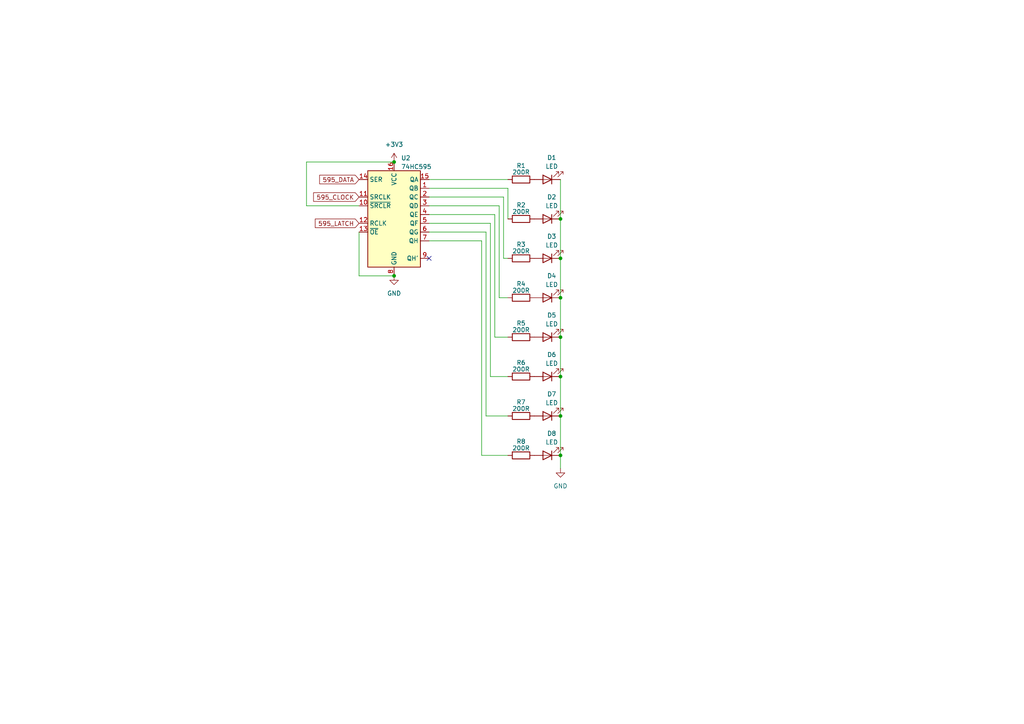
<source format=kicad_sch>
(kicad_sch (version 20230121) (generator eeschema)
  (paper "A4")
  (lib_symbols
    (symbol "74xx:74HC595"
      (property "Reference" "U" (at -7.62 13.97 0))
      (property "Value" "74HC595" (at -7.62 -16.51 0))
      (symbol "74HC595_1_0"
        (pin tri_state line (at 10.16 7.62 180) (length 2.54) (name "QB") (number "1"))
        (pin input line (at -10.16 2.54 0) (length 2.54) (name "~{SRCLR}") (number "10"))
        (pin input line (at -10.16 5.08 0) (length 2.54) (name "SRCLK") (number "11"))
        (pin input line (at -10.16 -2.54 0) (length 2.54) (name "RCLK") (number "12"))
        (pin input line (at -10.16 -5.08 0) (length 2.54) (name "~{OE}") (number "13"))
        (pin input line (at -10.16 10.16 0) (length 2.54) (name "SER") (number "14"))
        (pin tri_state line (at 10.16 10.16 180) (length 2.54) (name "QA") (number "15"))
        (pin power_in line (at 0 15.24 270) (length 2.54) (name "VCC") (number "16"))
        (pin tri_state line (at 10.16 5.08 180) (length 2.54) (name "QC") (number "2"))
        (pin tri_state line (at 10.16 2.54 180) (length 2.54) (name "QD") (number "3"))
        (pin tri_state line (at 10.16 0 180) (length 2.54) (name "QE") (number "4"))
        (pin tri_state line (at 10.16 -2.54 180) (length 2.54) (name "QF") (number "5"))
        (pin tri_state line (at 10.16 -5.08 180) (length 2.54) (name "QG") (number "6"))
        (pin tri_state line (at 10.16 -7.62 180) (length 2.54) (name "QH") (number "7"))
        (pin power_in line (at 0 -17.78 90) (length 2.54) (name "GND") (number "8"))
        (pin output line (at 10.16 -12.7 180) (length 2.54) (name "QH'") (number "9"))
      )
      (symbol "74HC595_1_1"
        (rectangle (start -7.62 12.7) (end 7.62 -15.24) (stroke (width 0.254)) (fill (type background)))
      )
    )
    (symbol "Device:LED" (pin_numbers hide) (pin_names (offset 1.016) hide)
      (property "Reference" "D" (at 0 2.54 0))
      (property "Value" "LED" (at 0 -2.54 0))
      (symbol "LED_0_1"
        (polyline (pts (xy -1.27 -1.27) (xy -1.27 1.27)) (stroke (width 0.254)))
        (polyline (pts (xy -1.27 0) (xy 1.27 0)))
        (polyline (pts (xy 1.27 -1.27) (xy 1.27 1.27) (xy -1.27 0) (xy 1.27 -1.27)) (stroke (width 0.254)))
        (polyline (pts (xy -3.048 -0.762) (xy -4.572 -2.286) (xy -3.81 -2.286) (xy -4.572 -2.286) (xy -4.572 -1.524)))
        (polyline (pts (xy -1.778 -0.762) (xy -3.302 -2.286) (xy -2.54 -2.286) (xy -3.302 -2.286) (xy -3.302 -1.524)))
      )
      (symbol "LED_1_1"
        (pin passive line (at -3.81 0 0) (length 2.54) (name "K") (number "1"))
        (pin passive line (at 3.81 0 180) (length 2.54) (name "A") (number "2"))
      )
    )
    (symbol "Device:R" (pin_numbers hide) (pin_names (offset 0))
      (property "Reference" "R" (at 2.032 0 90))
      (property "Value" "R" (at 0 0 90))
      (symbol "R_0_1"
        (rectangle (start -1.016 -2.54) (end 1.016 2.54) (stroke (width 0.254)))
      )
      (symbol "R_1_1"
        (pin passive line (at 0 3.81 270) (length 1.27) (name "~") (number "1"))
        (pin passive line (at 0 -3.81 90) (length 1.27) (name "~") (number "2"))
      )
    )
    (symbol "power:+3V3" (power) (pin_names (offset 0))
      (property "Value" "+3V3" (at 0 3.556 0))
      (symbol "+3V3_0_1"
        (polyline (pts (xy -0.762 1.27) (xy 0 2.54)))
        (polyline (pts (xy 0 0) (xy 0 2.54)))
        (polyline (pts (xy 0 2.54) (xy 0.762 1.27)))
      )
      (symbol "+3V3_1_1"
        (pin power_in line (at 0 0 90) (length 0) hide (name "+3V3") (number "1"))
      )
    )
    (symbol "power:GND" (power) (pin_names (offset 0))
      (property "Value" "GND" (at 0 -3.81 0))
      (symbol "GND_0_1"
        (polyline (pts (xy 0 0) (xy 0 -1.27) (xy 1.27 -1.27) (xy 0 -2.54) (xy -1.27 -1.27) (xy 0 -1.27)))
      )
      (symbol "GND_1_1"
        (pin power_in line (at 0 0 270) (length 0) hide (name "GND") (number "1"))
      )
    )
  )
  (junction (at 162.56 86.36))
  (junction (at 162.56 63.5))
  (junction (at 162.56 132.08))
  (junction (at 114.3 80.01))
  (junction (at 162.56 74.93))
  (junction (at 162.56 109.22))
  (junction (at 162.56 120.65))
  (junction (at 114.3 46.99))
  (junction (at 162.56 97.79))
  (no_connect (at 124.46 74.93))
  (wire (pts (xy 162.56 74.93) (xy 162.56 86.36)))
  (wire (pts (xy 139.7 132.08) (xy 147.32 132.08)))
  (wire (pts (xy 140.97 67.31) (xy 140.97 120.65)))
  (wire (pts (xy 147.32 86.36) (xy 144.78 86.36)))
  (wire (pts (xy 124.46 54.61) (xy 147.32 54.61)))
  (wire (pts (xy 143.51 97.79) (xy 147.32 97.79)))
  (wire (pts (xy 162.56 97.79) (xy 162.56 109.22)))
  (wire (pts (xy 162.56 132.08) (xy 162.56 135.89)))
  (wire (pts (xy 88.9 59.69) (xy 104.14 59.69)))
  (wire (pts (xy 162.56 63.5) (xy 162.56 74.93)))
  (wire (pts (xy 140.97 120.65) (xy 147.32 120.65)))
  (wire (pts (xy 146.05 57.15) (xy 146.05 74.93)))
  (wire (pts (xy 143.51 62.23) (xy 143.51 97.79)))
  (wire (pts (xy 162.56 86.36) (xy 162.56 97.79)))
  (wire (pts (xy 124.46 67.31) (xy 140.97 67.31)))
  (wire (pts (xy 104.14 67.31) (xy 104.14 80.01)))
  (wire (pts (xy 144.78 59.69) (xy 124.46 59.69)))
  (wire (pts (xy 124.46 69.85) (xy 139.7 69.85)))
  (wire (pts (xy 124.46 57.15) (xy 146.05 57.15)))
  (wire (pts (xy 139.7 69.85) (xy 139.7 132.08)))
  (wire (pts (xy 162.56 120.65) (xy 162.56 132.08)))
  (wire (pts (xy 162.56 109.22) (xy 162.56 120.65)))
  (wire (pts (xy 142.24 64.77) (xy 142.24 109.22)))
  (wire (pts (xy 146.05 74.93) (xy 147.32 74.93)))
  (wire (pts (xy 124.46 64.77) (xy 142.24 64.77)))
  (wire (pts (xy 88.9 46.99) (xy 88.9 59.69)))
  (wire (pts (xy 124.46 62.23) (xy 143.51 62.23)))
  (wire (pts (xy 162.56 52.07) (xy 162.56 63.5)))
  (wire (pts (xy 124.46 52.07) (xy 147.32 52.07)))
  (wire (pts (xy 147.32 54.61) (xy 147.32 63.5)))
  (wire (pts (xy 144.78 86.36) (xy 144.78 59.69)))
  (wire (pts (xy 142.24 109.22) (xy 147.32 109.22)))
  (wire (pts (xy 104.14 80.01) (xy 114.3 80.01)))
  (wire (pts (xy 114.3 46.99) (xy 88.9 46.99)))
  (global_label "595_DATA" (shape input) (at 104.14 52.07 180) (property "Intersheetrefs" "${INTERSHEET_REFS}" (effects hide)))
  (global_label "595_CLOCK" (shape input) (at 104.14 57.15 180) (property "Intersheetrefs" "${INTERSHEET_REFS}" (effects hide)))
  (global_label "595_LATCH" (shape input) (at 104.14 64.77 180) (property "Intersheetrefs" "${INTERSHEET_REFS}" (effects hide)))
  (symbol (lib_id "Device:R") (at 151.13 120.65 270) (unit 1)
    (property "Reference" "R7" (at 151.13 116.6241 90))
    (property "Value" "200R" (at 151.13 118.5451 90))
  )
  (symbol (lib_id "74xx:74HC595") (at 114.3 62.23 0) (unit 1)
    (property "Reference" "U2" (at 116.3194 45.8302 0) (effects (justify left)))
    (property "Value" "74HC595" (at 116.3194 48.3671 0) (effects (justify left)))
    (property "Datasheet" "http://www.ti.com/lit/ds/symlink/sn74hc595.pdf" (effects hide))
  )
  (symbol (lib_id "Device:LED") (at 158.75 74.93 180) (unit 1)
    (property "Reference" "D3" (at 160.02 68.58 0))
    (property "Value" "LED" (at 160.02 71.12 0))
  )
  (symbol (lib_id "Device:LED") (at 158.75 63.5 180) (unit 1)
    (property "Reference" "D2" (at 160.02 57.15 0))
    (property "Value" "LED" (at 160.02 59.69 0))
  )
  (symbol (lib_id "Device:R") (at 151.13 63.5 270) (unit 1)
    (property "Reference" "R2" (at 151.13 59.4741 90))
    (property "Value" "200R" (at 151.13 61.3951 90))
  )
  (symbol (lib_id "power:GND") (at 162.56 135.89 0) (unit 1)
    (property "Reference" "#PWR010" (effects hide))
    (property "Value" "GND" (at 162.56 140.97 0))
  )
  (symbol (lib_id "Device:R") (at 151.13 132.08 270) (unit 1)
    (property "Reference" "R8" (at 151.13 128.0541 90))
    (property "Value" "200R" (at 151.13 129.9751 90))
  )
  (symbol (lib_id "Device:LED") (at 158.75 52.07 180) (unit 1)
    (property "Reference" "D1" (at 160.02 45.72 0))
    (property "Value" "LED" (at 160.02 48.26 0))
  )
  (symbol (lib_id "Device:LED") (at 158.75 132.08 180) (unit 1)
    (property "Reference" "D8" (at 160.02 125.73 0))
    (property "Value" "LED" (at 160.02 128.27 0))
  )
  (symbol (lib_id "Device:LED") (at 158.75 109.22 180) (unit 1)
    (property "Reference" "D6" (at 160.02 102.87 0))
    (property "Value" "LED" (at 160.02 105.41 0))
  )
  (symbol (lib_id "Device:R") (at 151.13 86.36 270) (unit 1)
    (property "Reference" "R4" (at 151.13 82.3341 90))
    (property "Value" "200R" (at 151.13 84.2551 90))
  )
  (symbol (lib_id "Device:LED") (at 158.75 97.79 180) (unit 1)
    (property "Reference" "D5" (at 160.02 91.44 0))
    (property "Value" "LED" (at 160.02 93.98 0))
  )
  (symbol (lib_id "Device:R") (at 151.13 74.93 270) (unit 1)
    (property "Reference" "R3" (at 151.13 70.9041 90))
    (property "Value" "200R" (at 151.13 72.8251 90))
  )
  (symbol (lib_id "Device:LED") (at 158.75 120.65 180) (unit 1)
    (property "Reference" "D7" (at 160.02 114.3 0))
    (property "Value" "LED" (at 160.02 116.84 0))
  )
  (symbol (lib_id "Device:R") (at 151.13 109.22 270) (unit 1)
    (property "Reference" "R6" (at 151.13 105.1941 90))
    (property "Value" "200R" (at 151.13 107.1151 90))
  )
  (symbol (lib_id "power:GND") (at 114.3 80.01 0) (unit 1)
    (property "Reference" "#PWR09" (effects hide))
    (property "Value" "GND" (at 114.3 85.09 0))
  )
  (symbol (lib_id "power:+3V3") (at 114.3 46.99 0) (unit 1)
    (property "Reference" "#PWR?" (effects hide))
    (property "Value" "+3V3" (at 114.3 41.91 0))
    (instances (project "dk2_00" (path "" (reference "#PWR?") (unit 1)) (path "" (reference "#PWR08") (unit 1))))
  )
  (symbol (lib_id "Device:R") (at 151.13 97.79 270) (unit 1)
    (property "Reference" "R5" (at 151.13 93.7641 90))
    (property "Value" "200R" (at 151.13 95.6851 90))
  )
  (symbol (lib_id "Device:R") (at 151.13 52.07 270) (unit 1)
    (property "Reference" "R1" (at 151.13 48.0441 90))
    (property "Value" "200R" (at 151.13 49.9651 90))
  )
  (symbol (lib_id "Device:LED") (at 158.75 86.36 180) (unit 1)
    (property "Reference" "D4" (at 160.02 80.01 0))
    (property "Value" "LED" (at 160.02 82.55 0))
  )
)
</source>
